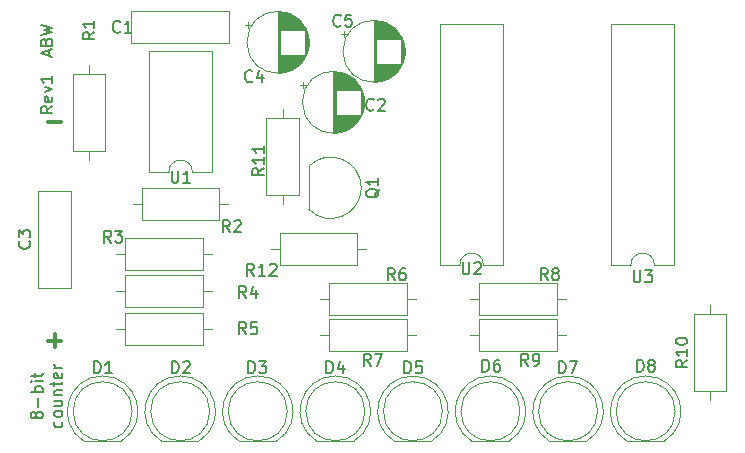
<source format=gbr>
G04 #@! TF.GenerationSoftware,KiCad,Pcbnew,(5.1.4)-1*
G04 #@! TF.CreationDate,2019-10-03T09:13:13-04:00*
G04 #@! TF.ProjectId,8-bit counter,382d6269-7420-4636-9f75-6e7465722e6b,rev?*
G04 #@! TF.SameCoordinates,Original*
G04 #@! TF.FileFunction,Legend,Top*
G04 #@! TF.FilePolarity,Positive*
%FSLAX46Y46*%
G04 Gerber Fmt 4.6, Leading zero omitted, Abs format (unit mm)*
G04 Created by KiCad (PCBNEW (5.1.4)-1) date 2019-10-03 09:13:13*
%MOMM*%
%LPD*%
G04 APERTURE LIST*
%ADD10C,0.150000*%
%ADD11C,0.300000*%
%ADD12C,0.120000*%
G04 APERTURE END LIST*
D10*
X87447380Y-48855190D02*
X86971190Y-49188523D01*
X87447380Y-49426619D02*
X86447380Y-49426619D01*
X86447380Y-49045666D01*
X86495000Y-48950428D01*
X86542619Y-48902809D01*
X86637857Y-48855190D01*
X86780714Y-48855190D01*
X86875952Y-48902809D01*
X86923571Y-48950428D01*
X86971190Y-49045666D01*
X86971190Y-49426619D01*
X87399761Y-48045666D02*
X87447380Y-48140904D01*
X87447380Y-48331380D01*
X87399761Y-48426619D01*
X87304523Y-48474238D01*
X86923571Y-48474238D01*
X86828333Y-48426619D01*
X86780714Y-48331380D01*
X86780714Y-48140904D01*
X86828333Y-48045666D01*
X86923571Y-47998047D01*
X87018809Y-47998047D01*
X87114047Y-48474238D01*
X86780714Y-47664714D02*
X87447380Y-47426619D01*
X86780714Y-47188523D01*
X87447380Y-46283761D02*
X87447380Y-46855190D01*
X87447380Y-46569476D02*
X86447380Y-46569476D01*
X86590238Y-46664714D01*
X86685476Y-46759952D01*
X86733095Y-46855190D01*
X87161666Y-44616523D02*
X87161666Y-44140333D01*
X87447380Y-44711761D02*
X86447380Y-44378428D01*
X87447380Y-44045095D01*
X86923571Y-43378428D02*
X86971190Y-43235571D01*
X87018809Y-43187952D01*
X87114047Y-43140333D01*
X87256904Y-43140333D01*
X87352142Y-43187952D01*
X87399761Y-43235571D01*
X87447380Y-43330809D01*
X87447380Y-43711761D01*
X86447380Y-43711761D01*
X86447380Y-43378428D01*
X86495000Y-43283190D01*
X86542619Y-43235571D01*
X86637857Y-43187952D01*
X86733095Y-43187952D01*
X86828333Y-43235571D01*
X86875952Y-43283190D01*
X86923571Y-43378428D01*
X86923571Y-43711761D01*
X86447380Y-42807000D02*
X87447380Y-42568904D01*
X86733095Y-42378428D01*
X87447380Y-42187952D01*
X86447380Y-41949857D01*
X86050952Y-75096476D02*
X86003333Y-75191714D01*
X85955714Y-75239333D01*
X85860476Y-75286952D01*
X85812857Y-75286952D01*
X85717619Y-75239333D01*
X85670000Y-75191714D01*
X85622380Y-75096476D01*
X85622380Y-74906000D01*
X85670000Y-74810761D01*
X85717619Y-74763142D01*
X85812857Y-74715523D01*
X85860476Y-74715523D01*
X85955714Y-74763142D01*
X86003333Y-74810761D01*
X86050952Y-74906000D01*
X86050952Y-75096476D01*
X86098571Y-75191714D01*
X86146190Y-75239333D01*
X86241428Y-75286952D01*
X86431904Y-75286952D01*
X86527142Y-75239333D01*
X86574761Y-75191714D01*
X86622380Y-75096476D01*
X86622380Y-74906000D01*
X86574761Y-74810761D01*
X86527142Y-74763142D01*
X86431904Y-74715523D01*
X86241428Y-74715523D01*
X86146190Y-74763142D01*
X86098571Y-74810761D01*
X86050952Y-74906000D01*
X86241428Y-74286952D02*
X86241428Y-73525047D01*
X86622380Y-73048857D02*
X85622380Y-73048857D01*
X86003333Y-73048857D02*
X85955714Y-72953619D01*
X85955714Y-72763142D01*
X86003333Y-72667904D01*
X86050952Y-72620285D01*
X86146190Y-72572666D01*
X86431904Y-72572666D01*
X86527142Y-72620285D01*
X86574761Y-72667904D01*
X86622380Y-72763142D01*
X86622380Y-72953619D01*
X86574761Y-73048857D01*
X86622380Y-72144095D02*
X85955714Y-72144095D01*
X85622380Y-72144095D02*
X85670000Y-72191714D01*
X85717619Y-72144095D01*
X85670000Y-72096476D01*
X85622380Y-72144095D01*
X85717619Y-72144095D01*
X85955714Y-71810761D02*
X85955714Y-71429809D01*
X85622380Y-71667904D02*
X86479523Y-71667904D01*
X86574761Y-71620285D01*
X86622380Y-71525047D01*
X86622380Y-71429809D01*
X88224761Y-75548857D02*
X88272380Y-75644095D01*
X88272380Y-75834571D01*
X88224761Y-75929809D01*
X88177142Y-75977428D01*
X88081904Y-76025047D01*
X87796190Y-76025047D01*
X87700952Y-75977428D01*
X87653333Y-75929809D01*
X87605714Y-75834571D01*
X87605714Y-75644095D01*
X87653333Y-75548857D01*
X88272380Y-74977428D02*
X88224761Y-75072666D01*
X88177142Y-75120285D01*
X88081904Y-75167904D01*
X87796190Y-75167904D01*
X87700952Y-75120285D01*
X87653333Y-75072666D01*
X87605714Y-74977428D01*
X87605714Y-74834571D01*
X87653333Y-74739333D01*
X87700952Y-74691714D01*
X87796190Y-74644095D01*
X88081904Y-74644095D01*
X88177142Y-74691714D01*
X88224761Y-74739333D01*
X88272380Y-74834571D01*
X88272380Y-74977428D01*
X87605714Y-73786952D02*
X88272380Y-73786952D01*
X87605714Y-74215523D02*
X88129523Y-74215523D01*
X88224761Y-74167904D01*
X88272380Y-74072666D01*
X88272380Y-73929809D01*
X88224761Y-73834571D01*
X88177142Y-73786952D01*
X87605714Y-73310761D02*
X88272380Y-73310761D01*
X87700952Y-73310761D02*
X87653333Y-73263142D01*
X87605714Y-73167904D01*
X87605714Y-73025047D01*
X87653333Y-72929809D01*
X87748571Y-72882190D01*
X88272380Y-72882190D01*
X87605714Y-72548857D02*
X87605714Y-72167904D01*
X87272380Y-72406000D02*
X88129523Y-72406000D01*
X88224761Y-72358380D01*
X88272380Y-72263142D01*
X88272380Y-72167904D01*
X88224761Y-71453619D02*
X88272380Y-71548857D01*
X88272380Y-71739333D01*
X88224761Y-71834571D01*
X88129523Y-71882190D01*
X87748571Y-71882190D01*
X87653333Y-71834571D01*
X87605714Y-71739333D01*
X87605714Y-71548857D01*
X87653333Y-71453619D01*
X87748571Y-71406000D01*
X87843809Y-71406000D01*
X87939047Y-71882190D01*
X88272380Y-70977428D02*
X87605714Y-70977428D01*
X87796190Y-70977428D02*
X87700952Y-70929809D01*
X87653333Y-70882190D01*
X87605714Y-70786952D01*
X87605714Y-70691714D01*
D11*
X87058571Y-68687142D02*
X88201428Y-68687142D01*
X87630000Y-69258571D02*
X87630000Y-68115714D01*
X87058571Y-50145142D02*
X88201428Y-50145142D01*
D12*
X112106225Y-42471000D02*
X112106225Y-42971000D01*
X111856225Y-42721000D02*
X112356225Y-42721000D01*
X117262000Y-43912000D02*
X117262000Y-44480000D01*
X117222000Y-43678000D02*
X117222000Y-44714000D01*
X117182000Y-43519000D02*
X117182000Y-44873000D01*
X117142000Y-43391000D02*
X117142000Y-45001000D01*
X117102000Y-43281000D02*
X117102000Y-45111000D01*
X117062000Y-43185000D02*
X117062000Y-45207000D01*
X117022000Y-43098000D02*
X117022000Y-45294000D01*
X116982000Y-43018000D02*
X116982000Y-45374000D01*
X116942000Y-45236000D02*
X116942000Y-45447000D01*
X116942000Y-42945000D02*
X116942000Y-43156000D01*
X116902000Y-45236000D02*
X116902000Y-45515000D01*
X116902000Y-42877000D02*
X116902000Y-43156000D01*
X116862000Y-45236000D02*
X116862000Y-45579000D01*
X116862000Y-42813000D02*
X116862000Y-43156000D01*
X116822000Y-45236000D02*
X116822000Y-45639000D01*
X116822000Y-42753000D02*
X116822000Y-43156000D01*
X116782000Y-45236000D02*
X116782000Y-45696000D01*
X116782000Y-42696000D02*
X116782000Y-43156000D01*
X116742000Y-45236000D02*
X116742000Y-45750000D01*
X116742000Y-42642000D02*
X116742000Y-43156000D01*
X116702000Y-45236000D02*
X116702000Y-45801000D01*
X116702000Y-42591000D02*
X116702000Y-43156000D01*
X116662000Y-45236000D02*
X116662000Y-45849000D01*
X116662000Y-42543000D02*
X116662000Y-43156000D01*
X116622000Y-45236000D02*
X116622000Y-45895000D01*
X116622000Y-42497000D02*
X116622000Y-43156000D01*
X116582000Y-45236000D02*
X116582000Y-45939000D01*
X116582000Y-42453000D02*
X116582000Y-43156000D01*
X116542000Y-45236000D02*
X116542000Y-45981000D01*
X116542000Y-42411000D02*
X116542000Y-43156000D01*
X116502000Y-45236000D02*
X116502000Y-46022000D01*
X116502000Y-42370000D02*
X116502000Y-43156000D01*
X116462000Y-45236000D02*
X116462000Y-46060000D01*
X116462000Y-42332000D02*
X116462000Y-43156000D01*
X116422000Y-45236000D02*
X116422000Y-46097000D01*
X116422000Y-42295000D02*
X116422000Y-43156000D01*
X116382000Y-45236000D02*
X116382000Y-46133000D01*
X116382000Y-42259000D02*
X116382000Y-43156000D01*
X116342000Y-45236000D02*
X116342000Y-46167000D01*
X116342000Y-42225000D02*
X116342000Y-43156000D01*
X116302000Y-45236000D02*
X116302000Y-46200000D01*
X116302000Y-42192000D02*
X116302000Y-43156000D01*
X116262000Y-45236000D02*
X116262000Y-46231000D01*
X116262000Y-42161000D02*
X116262000Y-43156000D01*
X116222000Y-45236000D02*
X116222000Y-46261000D01*
X116222000Y-42131000D02*
X116222000Y-43156000D01*
X116182000Y-45236000D02*
X116182000Y-46291000D01*
X116182000Y-42101000D02*
X116182000Y-43156000D01*
X116142000Y-45236000D02*
X116142000Y-46318000D01*
X116142000Y-42074000D02*
X116142000Y-43156000D01*
X116102000Y-45236000D02*
X116102000Y-46345000D01*
X116102000Y-42047000D02*
X116102000Y-43156000D01*
X116062000Y-45236000D02*
X116062000Y-46371000D01*
X116062000Y-42021000D02*
X116062000Y-43156000D01*
X116022000Y-45236000D02*
X116022000Y-46396000D01*
X116022000Y-41996000D02*
X116022000Y-43156000D01*
X115982000Y-45236000D02*
X115982000Y-46420000D01*
X115982000Y-41972000D02*
X115982000Y-43156000D01*
X115942000Y-45236000D02*
X115942000Y-46443000D01*
X115942000Y-41949000D02*
X115942000Y-43156000D01*
X115902000Y-45236000D02*
X115902000Y-46464000D01*
X115902000Y-41928000D02*
X115902000Y-43156000D01*
X115862000Y-45236000D02*
X115862000Y-46486000D01*
X115862000Y-41906000D02*
X115862000Y-43156000D01*
X115822000Y-45236000D02*
X115822000Y-46506000D01*
X115822000Y-41886000D02*
X115822000Y-43156000D01*
X115782000Y-45236000D02*
X115782000Y-46525000D01*
X115782000Y-41867000D02*
X115782000Y-43156000D01*
X115742000Y-45236000D02*
X115742000Y-46544000D01*
X115742000Y-41848000D02*
X115742000Y-43156000D01*
X115702000Y-45236000D02*
X115702000Y-46561000D01*
X115702000Y-41831000D02*
X115702000Y-43156000D01*
X115662000Y-45236000D02*
X115662000Y-46578000D01*
X115662000Y-41814000D02*
X115662000Y-43156000D01*
X115622000Y-45236000D02*
X115622000Y-46594000D01*
X115622000Y-41798000D02*
X115622000Y-43156000D01*
X115582000Y-45236000D02*
X115582000Y-46610000D01*
X115582000Y-41782000D02*
X115582000Y-43156000D01*
X115542000Y-45236000D02*
X115542000Y-46624000D01*
X115542000Y-41768000D02*
X115542000Y-43156000D01*
X115502000Y-45236000D02*
X115502000Y-46638000D01*
X115502000Y-41754000D02*
X115502000Y-43156000D01*
X115462000Y-45236000D02*
X115462000Y-46651000D01*
X115462000Y-41741000D02*
X115462000Y-43156000D01*
X115422000Y-45236000D02*
X115422000Y-46664000D01*
X115422000Y-41728000D02*
X115422000Y-43156000D01*
X115382000Y-45236000D02*
X115382000Y-46676000D01*
X115382000Y-41716000D02*
X115382000Y-43156000D01*
X115341000Y-45236000D02*
X115341000Y-46687000D01*
X115341000Y-41705000D02*
X115341000Y-43156000D01*
X115301000Y-45236000D02*
X115301000Y-46697000D01*
X115301000Y-41695000D02*
X115301000Y-43156000D01*
X115261000Y-45236000D02*
X115261000Y-46707000D01*
X115261000Y-41685000D02*
X115261000Y-43156000D01*
X115221000Y-45236000D02*
X115221000Y-46716000D01*
X115221000Y-41676000D02*
X115221000Y-43156000D01*
X115181000Y-45236000D02*
X115181000Y-46724000D01*
X115181000Y-41668000D02*
X115181000Y-43156000D01*
X115141000Y-45236000D02*
X115141000Y-46732000D01*
X115141000Y-41660000D02*
X115141000Y-43156000D01*
X115101000Y-45236000D02*
X115101000Y-46739000D01*
X115101000Y-41653000D02*
X115101000Y-43156000D01*
X115061000Y-45236000D02*
X115061000Y-46746000D01*
X115061000Y-41646000D02*
X115061000Y-43156000D01*
X115021000Y-45236000D02*
X115021000Y-46752000D01*
X115021000Y-41640000D02*
X115021000Y-43156000D01*
X114981000Y-45236000D02*
X114981000Y-46757000D01*
X114981000Y-41635000D02*
X114981000Y-43156000D01*
X114941000Y-45236000D02*
X114941000Y-46761000D01*
X114941000Y-41631000D02*
X114941000Y-43156000D01*
X114901000Y-45236000D02*
X114901000Y-46765000D01*
X114901000Y-41627000D02*
X114901000Y-43156000D01*
X114861000Y-41623000D02*
X114861000Y-46769000D01*
X114821000Y-41620000D02*
X114821000Y-46772000D01*
X114781000Y-41618000D02*
X114781000Y-46774000D01*
X114741000Y-41617000D02*
X114741000Y-46775000D01*
X114701000Y-41616000D02*
X114701000Y-46776000D01*
X114661000Y-41616000D02*
X114661000Y-46776000D01*
X117281000Y-44196000D02*
G75*
G03X117281000Y-44196000I-2620000J0D01*
G01*
X103978225Y-41709000D02*
X103978225Y-42209000D01*
X103728225Y-41959000D02*
X104228225Y-41959000D01*
X109134000Y-43150000D02*
X109134000Y-43718000D01*
X109094000Y-42916000D02*
X109094000Y-43952000D01*
X109054000Y-42757000D02*
X109054000Y-44111000D01*
X109014000Y-42629000D02*
X109014000Y-44239000D01*
X108974000Y-42519000D02*
X108974000Y-44349000D01*
X108934000Y-42423000D02*
X108934000Y-44445000D01*
X108894000Y-42336000D02*
X108894000Y-44532000D01*
X108854000Y-42256000D02*
X108854000Y-44612000D01*
X108814000Y-44474000D02*
X108814000Y-44685000D01*
X108814000Y-42183000D02*
X108814000Y-42394000D01*
X108774000Y-44474000D02*
X108774000Y-44753000D01*
X108774000Y-42115000D02*
X108774000Y-42394000D01*
X108734000Y-44474000D02*
X108734000Y-44817000D01*
X108734000Y-42051000D02*
X108734000Y-42394000D01*
X108694000Y-44474000D02*
X108694000Y-44877000D01*
X108694000Y-41991000D02*
X108694000Y-42394000D01*
X108654000Y-44474000D02*
X108654000Y-44934000D01*
X108654000Y-41934000D02*
X108654000Y-42394000D01*
X108614000Y-44474000D02*
X108614000Y-44988000D01*
X108614000Y-41880000D02*
X108614000Y-42394000D01*
X108574000Y-44474000D02*
X108574000Y-45039000D01*
X108574000Y-41829000D02*
X108574000Y-42394000D01*
X108534000Y-44474000D02*
X108534000Y-45087000D01*
X108534000Y-41781000D02*
X108534000Y-42394000D01*
X108494000Y-44474000D02*
X108494000Y-45133000D01*
X108494000Y-41735000D02*
X108494000Y-42394000D01*
X108454000Y-44474000D02*
X108454000Y-45177000D01*
X108454000Y-41691000D02*
X108454000Y-42394000D01*
X108414000Y-44474000D02*
X108414000Y-45219000D01*
X108414000Y-41649000D02*
X108414000Y-42394000D01*
X108374000Y-44474000D02*
X108374000Y-45260000D01*
X108374000Y-41608000D02*
X108374000Y-42394000D01*
X108334000Y-44474000D02*
X108334000Y-45298000D01*
X108334000Y-41570000D02*
X108334000Y-42394000D01*
X108294000Y-44474000D02*
X108294000Y-45335000D01*
X108294000Y-41533000D02*
X108294000Y-42394000D01*
X108254000Y-44474000D02*
X108254000Y-45371000D01*
X108254000Y-41497000D02*
X108254000Y-42394000D01*
X108214000Y-44474000D02*
X108214000Y-45405000D01*
X108214000Y-41463000D02*
X108214000Y-42394000D01*
X108174000Y-44474000D02*
X108174000Y-45438000D01*
X108174000Y-41430000D02*
X108174000Y-42394000D01*
X108134000Y-44474000D02*
X108134000Y-45469000D01*
X108134000Y-41399000D02*
X108134000Y-42394000D01*
X108094000Y-44474000D02*
X108094000Y-45499000D01*
X108094000Y-41369000D02*
X108094000Y-42394000D01*
X108054000Y-44474000D02*
X108054000Y-45529000D01*
X108054000Y-41339000D02*
X108054000Y-42394000D01*
X108014000Y-44474000D02*
X108014000Y-45556000D01*
X108014000Y-41312000D02*
X108014000Y-42394000D01*
X107974000Y-44474000D02*
X107974000Y-45583000D01*
X107974000Y-41285000D02*
X107974000Y-42394000D01*
X107934000Y-44474000D02*
X107934000Y-45609000D01*
X107934000Y-41259000D02*
X107934000Y-42394000D01*
X107894000Y-44474000D02*
X107894000Y-45634000D01*
X107894000Y-41234000D02*
X107894000Y-42394000D01*
X107854000Y-44474000D02*
X107854000Y-45658000D01*
X107854000Y-41210000D02*
X107854000Y-42394000D01*
X107814000Y-44474000D02*
X107814000Y-45681000D01*
X107814000Y-41187000D02*
X107814000Y-42394000D01*
X107774000Y-44474000D02*
X107774000Y-45702000D01*
X107774000Y-41166000D02*
X107774000Y-42394000D01*
X107734000Y-44474000D02*
X107734000Y-45724000D01*
X107734000Y-41144000D02*
X107734000Y-42394000D01*
X107694000Y-44474000D02*
X107694000Y-45744000D01*
X107694000Y-41124000D02*
X107694000Y-42394000D01*
X107654000Y-44474000D02*
X107654000Y-45763000D01*
X107654000Y-41105000D02*
X107654000Y-42394000D01*
X107614000Y-44474000D02*
X107614000Y-45782000D01*
X107614000Y-41086000D02*
X107614000Y-42394000D01*
X107574000Y-44474000D02*
X107574000Y-45799000D01*
X107574000Y-41069000D02*
X107574000Y-42394000D01*
X107534000Y-44474000D02*
X107534000Y-45816000D01*
X107534000Y-41052000D02*
X107534000Y-42394000D01*
X107494000Y-44474000D02*
X107494000Y-45832000D01*
X107494000Y-41036000D02*
X107494000Y-42394000D01*
X107454000Y-44474000D02*
X107454000Y-45848000D01*
X107454000Y-41020000D02*
X107454000Y-42394000D01*
X107414000Y-44474000D02*
X107414000Y-45862000D01*
X107414000Y-41006000D02*
X107414000Y-42394000D01*
X107374000Y-44474000D02*
X107374000Y-45876000D01*
X107374000Y-40992000D02*
X107374000Y-42394000D01*
X107334000Y-44474000D02*
X107334000Y-45889000D01*
X107334000Y-40979000D02*
X107334000Y-42394000D01*
X107294000Y-44474000D02*
X107294000Y-45902000D01*
X107294000Y-40966000D02*
X107294000Y-42394000D01*
X107254000Y-44474000D02*
X107254000Y-45914000D01*
X107254000Y-40954000D02*
X107254000Y-42394000D01*
X107213000Y-44474000D02*
X107213000Y-45925000D01*
X107213000Y-40943000D02*
X107213000Y-42394000D01*
X107173000Y-44474000D02*
X107173000Y-45935000D01*
X107173000Y-40933000D02*
X107173000Y-42394000D01*
X107133000Y-44474000D02*
X107133000Y-45945000D01*
X107133000Y-40923000D02*
X107133000Y-42394000D01*
X107093000Y-44474000D02*
X107093000Y-45954000D01*
X107093000Y-40914000D02*
X107093000Y-42394000D01*
X107053000Y-44474000D02*
X107053000Y-45962000D01*
X107053000Y-40906000D02*
X107053000Y-42394000D01*
X107013000Y-44474000D02*
X107013000Y-45970000D01*
X107013000Y-40898000D02*
X107013000Y-42394000D01*
X106973000Y-44474000D02*
X106973000Y-45977000D01*
X106973000Y-40891000D02*
X106973000Y-42394000D01*
X106933000Y-44474000D02*
X106933000Y-45984000D01*
X106933000Y-40884000D02*
X106933000Y-42394000D01*
X106893000Y-44474000D02*
X106893000Y-45990000D01*
X106893000Y-40878000D02*
X106893000Y-42394000D01*
X106853000Y-44474000D02*
X106853000Y-45995000D01*
X106853000Y-40873000D02*
X106853000Y-42394000D01*
X106813000Y-44474000D02*
X106813000Y-45999000D01*
X106813000Y-40869000D02*
X106813000Y-42394000D01*
X106773000Y-44474000D02*
X106773000Y-46003000D01*
X106773000Y-40865000D02*
X106773000Y-42394000D01*
X106733000Y-40861000D02*
X106733000Y-46007000D01*
X106693000Y-40858000D02*
X106693000Y-46010000D01*
X106653000Y-40856000D02*
X106653000Y-46012000D01*
X106613000Y-40855000D02*
X106613000Y-46013000D01*
X106573000Y-40854000D02*
X106573000Y-46014000D01*
X106533000Y-40854000D02*
X106533000Y-46014000D01*
X109153000Y-43434000D02*
G75*
G03X109153000Y-43434000I-2620000J0D01*
G01*
X86260000Y-55991000D02*
X89000000Y-55991000D01*
X86260000Y-64231000D02*
X89000000Y-64231000D01*
X89000000Y-64231000D02*
X89000000Y-55991000D01*
X86260000Y-64231000D02*
X86260000Y-55991000D01*
X102378000Y-40794000D02*
X102378000Y-43534000D01*
X94138000Y-40794000D02*
X94138000Y-43534000D01*
X94138000Y-43534000D02*
X102378000Y-43534000D01*
X94138000Y-40794000D02*
X102378000Y-40794000D01*
X100941000Y-61341000D02*
X100171000Y-61341000D01*
X92861000Y-61341000D02*
X93631000Y-61341000D01*
X100171000Y-59971000D02*
X93631000Y-59971000D01*
X100171000Y-62711000D02*
X100171000Y-59971000D01*
X93631000Y-62711000D02*
X100171000Y-62711000D01*
X93631000Y-59971000D02*
X93631000Y-62711000D01*
X108677225Y-46789000D02*
X108677225Y-47289000D01*
X108427225Y-47039000D02*
X108927225Y-47039000D01*
X113833000Y-48230000D02*
X113833000Y-48798000D01*
X113793000Y-47996000D02*
X113793000Y-49032000D01*
X113753000Y-47837000D02*
X113753000Y-49191000D01*
X113713000Y-47709000D02*
X113713000Y-49319000D01*
X113673000Y-47599000D02*
X113673000Y-49429000D01*
X113633000Y-47503000D02*
X113633000Y-49525000D01*
X113593000Y-47416000D02*
X113593000Y-49612000D01*
X113553000Y-47336000D02*
X113553000Y-49692000D01*
X113513000Y-49554000D02*
X113513000Y-49765000D01*
X113513000Y-47263000D02*
X113513000Y-47474000D01*
X113473000Y-49554000D02*
X113473000Y-49833000D01*
X113473000Y-47195000D02*
X113473000Y-47474000D01*
X113433000Y-49554000D02*
X113433000Y-49897000D01*
X113433000Y-47131000D02*
X113433000Y-47474000D01*
X113393000Y-49554000D02*
X113393000Y-49957000D01*
X113393000Y-47071000D02*
X113393000Y-47474000D01*
X113353000Y-49554000D02*
X113353000Y-50014000D01*
X113353000Y-47014000D02*
X113353000Y-47474000D01*
X113313000Y-49554000D02*
X113313000Y-50068000D01*
X113313000Y-46960000D02*
X113313000Y-47474000D01*
X113273000Y-49554000D02*
X113273000Y-50119000D01*
X113273000Y-46909000D02*
X113273000Y-47474000D01*
X113233000Y-49554000D02*
X113233000Y-50167000D01*
X113233000Y-46861000D02*
X113233000Y-47474000D01*
X113193000Y-49554000D02*
X113193000Y-50213000D01*
X113193000Y-46815000D02*
X113193000Y-47474000D01*
X113153000Y-49554000D02*
X113153000Y-50257000D01*
X113153000Y-46771000D02*
X113153000Y-47474000D01*
X113113000Y-49554000D02*
X113113000Y-50299000D01*
X113113000Y-46729000D02*
X113113000Y-47474000D01*
X113073000Y-49554000D02*
X113073000Y-50340000D01*
X113073000Y-46688000D02*
X113073000Y-47474000D01*
X113033000Y-49554000D02*
X113033000Y-50378000D01*
X113033000Y-46650000D02*
X113033000Y-47474000D01*
X112993000Y-49554000D02*
X112993000Y-50415000D01*
X112993000Y-46613000D02*
X112993000Y-47474000D01*
X112953000Y-49554000D02*
X112953000Y-50451000D01*
X112953000Y-46577000D02*
X112953000Y-47474000D01*
X112913000Y-49554000D02*
X112913000Y-50485000D01*
X112913000Y-46543000D02*
X112913000Y-47474000D01*
X112873000Y-49554000D02*
X112873000Y-50518000D01*
X112873000Y-46510000D02*
X112873000Y-47474000D01*
X112833000Y-49554000D02*
X112833000Y-50549000D01*
X112833000Y-46479000D02*
X112833000Y-47474000D01*
X112793000Y-49554000D02*
X112793000Y-50579000D01*
X112793000Y-46449000D02*
X112793000Y-47474000D01*
X112753000Y-49554000D02*
X112753000Y-50609000D01*
X112753000Y-46419000D02*
X112753000Y-47474000D01*
X112713000Y-49554000D02*
X112713000Y-50636000D01*
X112713000Y-46392000D02*
X112713000Y-47474000D01*
X112673000Y-49554000D02*
X112673000Y-50663000D01*
X112673000Y-46365000D02*
X112673000Y-47474000D01*
X112633000Y-49554000D02*
X112633000Y-50689000D01*
X112633000Y-46339000D02*
X112633000Y-47474000D01*
X112593000Y-49554000D02*
X112593000Y-50714000D01*
X112593000Y-46314000D02*
X112593000Y-47474000D01*
X112553000Y-49554000D02*
X112553000Y-50738000D01*
X112553000Y-46290000D02*
X112553000Y-47474000D01*
X112513000Y-49554000D02*
X112513000Y-50761000D01*
X112513000Y-46267000D02*
X112513000Y-47474000D01*
X112473000Y-49554000D02*
X112473000Y-50782000D01*
X112473000Y-46246000D02*
X112473000Y-47474000D01*
X112433000Y-49554000D02*
X112433000Y-50804000D01*
X112433000Y-46224000D02*
X112433000Y-47474000D01*
X112393000Y-49554000D02*
X112393000Y-50824000D01*
X112393000Y-46204000D02*
X112393000Y-47474000D01*
X112353000Y-49554000D02*
X112353000Y-50843000D01*
X112353000Y-46185000D02*
X112353000Y-47474000D01*
X112313000Y-49554000D02*
X112313000Y-50862000D01*
X112313000Y-46166000D02*
X112313000Y-47474000D01*
X112273000Y-49554000D02*
X112273000Y-50879000D01*
X112273000Y-46149000D02*
X112273000Y-47474000D01*
X112233000Y-49554000D02*
X112233000Y-50896000D01*
X112233000Y-46132000D02*
X112233000Y-47474000D01*
X112193000Y-49554000D02*
X112193000Y-50912000D01*
X112193000Y-46116000D02*
X112193000Y-47474000D01*
X112153000Y-49554000D02*
X112153000Y-50928000D01*
X112153000Y-46100000D02*
X112153000Y-47474000D01*
X112113000Y-49554000D02*
X112113000Y-50942000D01*
X112113000Y-46086000D02*
X112113000Y-47474000D01*
X112073000Y-49554000D02*
X112073000Y-50956000D01*
X112073000Y-46072000D02*
X112073000Y-47474000D01*
X112033000Y-49554000D02*
X112033000Y-50969000D01*
X112033000Y-46059000D02*
X112033000Y-47474000D01*
X111993000Y-49554000D02*
X111993000Y-50982000D01*
X111993000Y-46046000D02*
X111993000Y-47474000D01*
X111953000Y-49554000D02*
X111953000Y-50994000D01*
X111953000Y-46034000D02*
X111953000Y-47474000D01*
X111912000Y-49554000D02*
X111912000Y-51005000D01*
X111912000Y-46023000D02*
X111912000Y-47474000D01*
X111872000Y-49554000D02*
X111872000Y-51015000D01*
X111872000Y-46013000D02*
X111872000Y-47474000D01*
X111832000Y-49554000D02*
X111832000Y-51025000D01*
X111832000Y-46003000D02*
X111832000Y-47474000D01*
X111792000Y-49554000D02*
X111792000Y-51034000D01*
X111792000Y-45994000D02*
X111792000Y-47474000D01*
X111752000Y-49554000D02*
X111752000Y-51042000D01*
X111752000Y-45986000D02*
X111752000Y-47474000D01*
X111712000Y-49554000D02*
X111712000Y-51050000D01*
X111712000Y-45978000D02*
X111712000Y-47474000D01*
X111672000Y-49554000D02*
X111672000Y-51057000D01*
X111672000Y-45971000D02*
X111672000Y-47474000D01*
X111632000Y-49554000D02*
X111632000Y-51064000D01*
X111632000Y-45964000D02*
X111632000Y-47474000D01*
X111592000Y-49554000D02*
X111592000Y-51070000D01*
X111592000Y-45958000D02*
X111592000Y-47474000D01*
X111552000Y-49554000D02*
X111552000Y-51075000D01*
X111552000Y-45953000D02*
X111552000Y-47474000D01*
X111512000Y-49554000D02*
X111512000Y-51079000D01*
X111512000Y-45949000D02*
X111512000Y-47474000D01*
X111472000Y-49554000D02*
X111472000Y-51083000D01*
X111472000Y-45945000D02*
X111472000Y-47474000D01*
X111432000Y-45941000D02*
X111432000Y-51087000D01*
X111392000Y-45938000D02*
X111392000Y-51090000D01*
X111352000Y-45936000D02*
X111352000Y-51092000D01*
X111312000Y-45935000D02*
X111312000Y-51093000D01*
X111272000Y-45934000D02*
X111272000Y-51094000D01*
X111232000Y-45934000D02*
X111232000Y-51094000D01*
X113852000Y-48514000D02*
G75*
G03X113852000Y-48514000I-2620000J0D01*
G01*
X95648000Y-54416000D02*
X97298000Y-54416000D01*
X95648000Y-44136000D02*
X95648000Y-54416000D01*
X100948000Y-44136000D02*
X95648000Y-44136000D01*
X100948000Y-54416000D02*
X100948000Y-44136000D01*
X99298000Y-54416000D02*
X100948000Y-54416000D01*
X97298000Y-54416000D02*
G75*
G02X99298000Y-54416000I1000000J0D01*
G01*
X121936000Y-62290000D02*
G75*
G02X123936000Y-62290000I1000000J0D01*
G01*
X123936000Y-62290000D02*
X125586000Y-62290000D01*
X125586000Y-62290000D02*
X125586000Y-41850000D01*
X125586000Y-41850000D02*
X120286000Y-41850000D01*
X120286000Y-41850000D02*
X120286000Y-62290000D01*
X120286000Y-62290000D02*
X121936000Y-62290000D01*
X136414000Y-62290000D02*
G75*
G02X138414000Y-62290000I1000000J0D01*
G01*
X138414000Y-62290000D02*
X140064000Y-62290000D01*
X140064000Y-62290000D02*
X140064000Y-41850000D01*
X140064000Y-41850000D02*
X134764000Y-41850000D01*
X134764000Y-41850000D02*
X134764000Y-62290000D01*
X134764000Y-62290000D02*
X136414000Y-62290000D01*
X91694462Y-71686000D02*
G75*
G03X90149170Y-77236000I-462J-2990000D01*
G01*
X91693538Y-71686000D02*
G75*
G02X93238830Y-77236000I462J-2990000D01*
G01*
X94194000Y-74676000D02*
G75*
G03X94194000Y-74676000I-2500000J0D01*
G01*
X90149000Y-77236000D02*
X93239000Y-77236000D01*
X96716714Y-77236000D02*
X99806714Y-77236000D01*
X100761714Y-74676000D02*
G75*
G03X100761714Y-74676000I-2500000J0D01*
G01*
X98261252Y-71686000D02*
G75*
G02X99806544Y-77236000I462J-2990000D01*
G01*
X98262176Y-71686000D02*
G75*
G03X96716884Y-77236000I-462J-2990000D01*
G01*
X103284428Y-77236000D02*
X106374428Y-77236000D01*
X107329428Y-74676000D02*
G75*
G03X107329428Y-74676000I-2500000J0D01*
G01*
X104828966Y-71686000D02*
G75*
G02X106374258Y-77236000I462J-2990000D01*
G01*
X104829890Y-71686000D02*
G75*
G03X103284598Y-77236000I-462J-2990000D01*
G01*
X111397604Y-71686000D02*
G75*
G03X109852312Y-77236000I-462J-2990000D01*
G01*
X111396680Y-71686000D02*
G75*
G02X112941972Y-77236000I462J-2990000D01*
G01*
X113897142Y-74676000D02*
G75*
G03X113897142Y-74676000I-2500000J0D01*
G01*
X109852142Y-77236000D02*
X112942142Y-77236000D01*
X116419856Y-77236000D02*
X119509856Y-77236000D01*
X120464856Y-74676000D02*
G75*
G03X120464856Y-74676000I-2500000J0D01*
G01*
X117964394Y-71686000D02*
G75*
G02X119509686Y-77236000I462J-2990000D01*
G01*
X117965318Y-71686000D02*
G75*
G03X116420026Y-77236000I-462J-2990000D01*
G01*
X124533032Y-71686000D02*
G75*
G03X122987740Y-77236000I-462J-2990000D01*
G01*
X124532108Y-71686000D02*
G75*
G02X126077400Y-77236000I462J-2990000D01*
G01*
X127032570Y-74676000D02*
G75*
G03X127032570Y-74676000I-2500000J0D01*
G01*
X122987570Y-77236000D02*
X126077570Y-77236000D01*
X129555284Y-77236000D02*
X132645284Y-77236000D01*
X133600284Y-74676000D02*
G75*
G03X133600284Y-74676000I-2500000J0D01*
G01*
X131099822Y-71686000D02*
G75*
G02X132645114Y-77236000I462J-2990000D01*
G01*
X131100746Y-71686000D02*
G75*
G03X129555454Y-77236000I-462J-2990000D01*
G01*
X137668462Y-71686000D02*
G75*
G03X136123170Y-77236000I-462J-2990000D01*
G01*
X137667538Y-71686000D02*
G75*
G02X139212830Y-77236000I462J-2990000D01*
G01*
X140168000Y-74676000D02*
G75*
G03X140168000Y-74676000I-2500000J0D01*
G01*
X136123000Y-77236000D02*
X139213000Y-77236000D01*
X109148000Y-53953000D02*
X109148000Y-57553000D01*
X109159522Y-53914522D02*
G75*
G02X113598000Y-55753000I1838478J-1838478D01*
G01*
X109159522Y-57591478D02*
G75*
G03X113598000Y-55753000I1838478J1838478D01*
G01*
X90551000Y-45363000D02*
X90551000Y-46133000D01*
X90551000Y-53443000D02*
X90551000Y-52673000D01*
X89181000Y-46133000D02*
X89181000Y-52673000D01*
X91921000Y-46133000D02*
X89181000Y-46133000D01*
X91921000Y-52673000D02*
X91921000Y-46133000D01*
X89181000Y-52673000D02*
X91921000Y-52673000D01*
X95028000Y-55780000D02*
X95028000Y-58520000D01*
X95028000Y-58520000D02*
X101568000Y-58520000D01*
X101568000Y-58520000D02*
X101568000Y-55780000D01*
X101568000Y-55780000D02*
X95028000Y-55780000D01*
X94258000Y-57150000D02*
X95028000Y-57150000D01*
X102338000Y-57150000D02*
X101568000Y-57150000D01*
X100941000Y-64516000D02*
X100171000Y-64516000D01*
X92861000Y-64516000D02*
X93631000Y-64516000D01*
X100171000Y-63146000D02*
X93631000Y-63146000D01*
X100171000Y-65886000D02*
X100171000Y-63146000D01*
X93631000Y-65886000D02*
X100171000Y-65886000D01*
X93631000Y-63146000D02*
X93631000Y-65886000D01*
X93631000Y-66321000D02*
X93631000Y-69061000D01*
X93631000Y-69061000D02*
X100171000Y-69061000D01*
X100171000Y-69061000D02*
X100171000Y-66321000D01*
X100171000Y-66321000D02*
X93631000Y-66321000D01*
X92861000Y-67691000D02*
X93631000Y-67691000D01*
X100941000Y-67691000D02*
X100171000Y-67691000D01*
X118213000Y-65151000D02*
X117443000Y-65151000D01*
X110133000Y-65151000D02*
X110903000Y-65151000D01*
X117443000Y-63781000D02*
X110903000Y-63781000D01*
X117443000Y-66521000D02*
X117443000Y-63781000D01*
X110903000Y-66521000D02*
X117443000Y-66521000D01*
X110903000Y-63781000D02*
X110903000Y-66521000D01*
X110903000Y-66829000D02*
X110903000Y-69569000D01*
X110903000Y-69569000D02*
X117443000Y-69569000D01*
X117443000Y-69569000D02*
X117443000Y-66829000D01*
X117443000Y-66829000D02*
X110903000Y-66829000D01*
X110133000Y-68199000D02*
X110903000Y-68199000D01*
X118213000Y-68199000D02*
X117443000Y-68199000D01*
X123603000Y-63781000D02*
X123603000Y-66521000D01*
X123603000Y-66521000D02*
X130143000Y-66521000D01*
X130143000Y-66521000D02*
X130143000Y-63781000D01*
X130143000Y-63781000D02*
X123603000Y-63781000D01*
X122833000Y-65151000D02*
X123603000Y-65151000D01*
X130913000Y-65151000D02*
X130143000Y-65151000D01*
X130913000Y-68199000D02*
X130143000Y-68199000D01*
X122833000Y-68199000D02*
X123603000Y-68199000D01*
X130143000Y-66829000D02*
X123603000Y-66829000D01*
X130143000Y-69569000D02*
X130143000Y-66829000D01*
X123603000Y-69569000D02*
X130143000Y-69569000D01*
X123603000Y-66829000D02*
X123603000Y-69569000D01*
X141759000Y-72993000D02*
X144499000Y-72993000D01*
X144499000Y-72993000D02*
X144499000Y-66453000D01*
X144499000Y-66453000D02*
X141759000Y-66453000D01*
X141759000Y-66453000D02*
X141759000Y-72993000D01*
X143129000Y-73763000D02*
X143129000Y-72993000D01*
X143129000Y-65683000D02*
X143129000Y-66453000D01*
X105564000Y-56356000D02*
X108304000Y-56356000D01*
X108304000Y-56356000D02*
X108304000Y-49816000D01*
X108304000Y-49816000D02*
X105564000Y-49816000D01*
X105564000Y-49816000D02*
X105564000Y-56356000D01*
X106934000Y-57126000D02*
X106934000Y-56356000D01*
X106934000Y-49046000D02*
X106934000Y-49816000D01*
X105942000Y-60960000D02*
X106712000Y-60960000D01*
X114022000Y-60960000D02*
X113252000Y-60960000D01*
X106712000Y-62330000D02*
X113252000Y-62330000D01*
X106712000Y-59590000D02*
X106712000Y-62330000D01*
X113252000Y-59590000D02*
X106712000Y-59590000D01*
X113252000Y-62330000D02*
X113252000Y-59590000D01*
D10*
X111847333Y-42013142D02*
X111799714Y-42060761D01*
X111656857Y-42108380D01*
X111561619Y-42108380D01*
X111418761Y-42060761D01*
X111323523Y-41965523D01*
X111275904Y-41870285D01*
X111228285Y-41679809D01*
X111228285Y-41536952D01*
X111275904Y-41346476D01*
X111323523Y-41251238D01*
X111418761Y-41156000D01*
X111561619Y-41108380D01*
X111656857Y-41108380D01*
X111799714Y-41156000D01*
X111847333Y-41203619D01*
X112752095Y-41108380D02*
X112275904Y-41108380D01*
X112228285Y-41584571D01*
X112275904Y-41536952D01*
X112371142Y-41489333D01*
X112609238Y-41489333D01*
X112704476Y-41536952D01*
X112752095Y-41584571D01*
X112799714Y-41679809D01*
X112799714Y-41917904D01*
X112752095Y-42013142D01*
X112704476Y-42060761D01*
X112609238Y-42108380D01*
X112371142Y-42108380D01*
X112275904Y-42060761D01*
X112228285Y-42013142D01*
X104354333Y-46712142D02*
X104306714Y-46759761D01*
X104163857Y-46807380D01*
X104068619Y-46807380D01*
X103925761Y-46759761D01*
X103830523Y-46664523D01*
X103782904Y-46569285D01*
X103735285Y-46378809D01*
X103735285Y-46235952D01*
X103782904Y-46045476D01*
X103830523Y-45950238D01*
X103925761Y-45855000D01*
X104068619Y-45807380D01*
X104163857Y-45807380D01*
X104306714Y-45855000D01*
X104354333Y-45902619D01*
X105211476Y-46140714D02*
X105211476Y-46807380D01*
X104973380Y-45759761D02*
X104735285Y-46474047D01*
X105354333Y-46474047D01*
X85487142Y-60277666D02*
X85534761Y-60325285D01*
X85582380Y-60468142D01*
X85582380Y-60563380D01*
X85534761Y-60706238D01*
X85439523Y-60801476D01*
X85344285Y-60849095D01*
X85153809Y-60896714D01*
X85010952Y-60896714D01*
X84820476Y-60849095D01*
X84725238Y-60801476D01*
X84630000Y-60706238D01*
X84582380Y-60563380D01*
X84582380Y-60468142D01*
X84630000Y-60325285D01*
X84677619Y-60277666D01*
X84582380Y-59944333D02*
X84582380Y-59325285D01*
X84963333Y-59658619D01*
X84963333Y-59515761D01*
X85010952Y-59420523D01*
X85058571Y-59372904D01*
X85153809Y-59325285D01*
X85391904Y-59325285D01*
X85487142Y-59372904D01*
X85534761Y-59420523D01*
X85582380Y-59515761D01*
X85582380Y-59801476D01*
X85534761Y-59896714D01*
X85487142Y-59944333D01*
X93178333Y-42521142D02*
X93130714Y-42568761D01*
X92987857Y-42616380D01*
X92892619Y-42616380D01*
X92749761Y-42568761D01*
X92654523Y-42473523D01*
X92606904Y-42378285D01*
X92559285Y-42187809D01*
X92559285Y-42044952D01*
X92606904Y-41854476D01*
X92654523Y-41759238D01*
X92749761Y-41664000D01*
X92892619Y-41616380D01*
X92987857Y-41616380D01*
X93130714Y-41664000D01*
X93178333Y-41711619D01*
X94130714Y-42616380D02*
X93559285Y-42616380D01*
X93845000Y-42616380D02*
X93845000Y-41616380D01*
X93749761Y-41759238D01*
X93654523Y-41854476D01*
X93559285Y-41902095D01*
X92416333Y-60396380D02*
X92083000Y-59920190D01*
X91844904Y-60396380D02*
X91844904Y-59396380D01*
X92225857Y-59396380D01*
X92321095Y-59444000D01*
X92368714Y-59491619D01*
X92416333Y-59586857D01*
X92416333Y-59729714D01*
X92368714Y-59824952D01*
X92321095Y-59872571D01*
X92225857Y-59920190D01*
X91844904Y-59920190D01*
X92749666Y-59396380D02*
X93368714Y-59396380D01*
X93035380Y-59777333D01*
X93178238Y-59777333D01*
X93273476Y-59824952D01*
X93321095Y-59872571D01*
X93368714Y-59967809D01*
X93368714Y-60205904D01*
X93321095Y-60301142D01*
X93273476Y-60348761D01*
X93178238Y-60396380D01*
X92892523Y-60396380D01*
X92797285Y-60348761D01*
X92749666Y-60301142D01*
X114641333Y-49125142D02*
X114593714Y-49172761D01*
X114450857Y-49220380D01*
X114355619Y-49220380D01*
X114212761Y-49172761D01*
X114117523Y-49077523D01*
X114069904Y-48982285D01*
X114022285Y-48791809D01*
X114022285Y-48648952D01*
X114069904Y-48458476D01*
X114117523Y-48363238D01*
X114212761Y-48268000D01*
X114355619Y-48220380D01*
X114450857Y-48220380D01*
X114593714Y-48268000D01*
X114641333Y-48315619D01*
X115022285Y-48315619D02*
X115069904Y-48268000D01*
X115165142Y-48220380D01*
X115403238Y-48220380D01*
X115498476Y-48268000D01*
X115546095Y-48315619D01*
X115593714Y-48410857D01*
X115593714Y-48506095D01*
X115546095Y-48648952D01*
X114974666Y-49220380D01*
X115593714Y-49220380D01*
X97536095Y-54316380D02*
X97536095Y-55125904D01*
X97583714Y-55221142D01*
X97631333Y-55268761D01*
X97726571Y-55316380D01*
X97917047Y-55316380D01*
X98012285Y-55268761D01*
X98059904Y-55221142D01*
X98107523Y-55125904D01*
X98107523Y-54316380D01*
X99107523Y-55316380D02*
X98536095Y-55316380D01*
X98821809Y-55316380D02*
X98821809Y-54316380D01*
X98726571Y-54459238D01*
X98631333Y-54554476D01*
X98536095Y-54602095D01*
X122174095Y-62063380D02*
X122174095Y-62872904D01*
X122221714Y-62968142D01*
X122269333Y-63015761D01*
X122364571Y-63063380D01*
X122555047Y-63063380D01*
X122650285Y-63015761D01*
X122697904Y-62968142D01*
X122745523Y-62872904D01*
X122745523Y-62063380D01*
X123174095Y-62158619D02*
X123221714Y-62111000D01*
X123316952Y-62063380D01*
X123555047Y-62063380D01*
X123650285Y-62111000D01*
X123697904Y-62158619D01*
X123745523Y-62253857D01*
X123745523Y-62349095D01*
X123697904Y-62491952D01*
X123126476Y-63063380D01*
X123745523Y-63063380D01*
X136652095Y-62742380D02*
X136652095Y-63551904D01*
X136699714Y-63647142D01*
X136747333Y-63694761D01*
X136842571Y-63742380D01*
X137033047Y-63742380D01*
X137128285Y-63694761D01*
X137175904Y-63647142D01*
X137223523Y-63551904D01*
X137223523Y-62742380D01*
X137604476Y-62742380D02*
X138223523Y-62742380D01*
X137890190Y-63123333D01*
X138033047Y-63123333D01*
X138128285Y-63170952D01*
X138175904Y-63218571D01*
X138223523Y-63313809D01*
X138223523Y-63551904D01*
X138175904Y-63647142D01*
X138128285Y-63694761D01*
X138033047Y-63742380D01*
X137747333Y-63742380D01*
X137652095Y-63694761D01*
X137604476Y-63647142D01*
X90955904Y-71445380D02*
X90955904Y-70445380D01*
X91194000Y-70445380D01*
X91336857Y-70493000D01*
X91432095Y-70588238D01*
X91479714Y-70683476D01*
X91527333Y-70873952D01*
X91527333Y-71016809D01*
X91479714Y-71207285D01*
X91432095Y-71302523D01*
X91336857Y-71397761D01*
X91194000Y-71445380D01*
X90955904Y-71445380D01*
X92479714Y-71445380D02*
X91908285Y-71445380D01*
X92194000Y-71445380D02*
X92194000Y-70445380D01*
X92098761Y-70588238D01*
X92003523Y-70683476D01*
X91908285Y-70731095D01*
X97559904Y-71445380D02*
X97559904Y-70445380D01*
X97798000Y-70445380D01*
X97940857Y-70493000D01*
X98036095Y-70588238D01*
X98083714Y-70683476D01*
X98131333Y-70873952D01*
X98131333Y-71016809D01*
X98083714Y-71207285D01*
X98036095Y-71302523D01*
X97940857Y-71397761D01*
X97798000Y-71445380D01*
X97559904Y-71445380D01*
X98512285Y-70540619D02*
X98559904Y-70493000D01*
X98655142Y-70445380D01*
X98893238Y-70445380D01*
X98988476Y-70493000D01*
X99036095Y-70540619D01*
X99083714Y-70635857D01*
X99083714Y-70731095D01*
X99036095Y-70873952D01*
X98464666Y-71445380D01*
X99083714Y-71445380D01*
X104036904Y-71445380D02*
X104036904Y-70445380D01*
X104275000Y-70445380D01*
X104417857Y-70493000D01*
X104513095Y-70588238D01*
X104560714Y-70683476D01*
X104608333Y-70873952D01*
X104608333Y-71016809D01*
X104560714Y-71207285D01*
X104513095Y-71302523D01*
X104417857Y-71397761D01*
X104275000Y-71445380D01*
X104036904Y-71445380D01*
X104941666Y-70445380D02*
X105560714Y-70445380D01*
X105227380Y-70826333D01*
X105370238Y-70826333D01*
X105465476Y-70873952D01*
X105513095Y-70921571D01*
X105560714Y-71016809D01*
X105560714Y-71254904D01*
X105513095Y-71350142D01*
X105465476Y-71397761D01*
X105370238Y-71445380D01*
X105084523Y-71445380D01*
X104989285Y-71397761D01*
X104941666Y-71350142D01*
X110640904Y-71445380D02*
X110640904Y-70445380D01*
X110879000Y-70445380D01*
X111021857Y-70493000D01*
X111117095Y-70588238D01*
X111164714Y-70683476D01*
X111212333Y-70873952D01*
X111212333Y-71016809D01*
X111164714Y-71207285D01*
X111117095Y-71302523D01*
X111021857Y-71397761D01*
X110879000Y-71445380D01*
X110640904Y-71445380D01*
X112069476Y-70778714D02*
X112069476Y-71445380D01*
X111831380Y-70397761D02*
X111593285Y-71112047D01*
X112212333Y-71112047D01*
X117244904Y-71445380D02*
X117244904Y-70445380D01*
X117483000Y-70445380D01*
X117625857Y-70493000D01*
X117721095Y-70588238D01*
X117768714Y-70683476D01*
X117816333Y-70873952D01*
X117816333Y-71016809D01*
X117768714Y-71207285D01*
X117721095Y-71302523D01*
X117625857Y-71397761D01*
X117483000Y-71445380D01*
X117244904Y-71445380D01*
X118721095Y-70445380D02*
X118244904Y-70445380D01*
X118197285Y-70921571D01*
X118244904Y-70873952D01*
X118340142Y-70826333D01*
X118578238Y-70826333D01*
X118673476Y-70873952D01*
X118721095Y-70921571D01*
X118768714Y-71016809D01*
X118768714Y-71254904D01*
X118721095Y-71350142D01*
X118673476Y-71397761D01*
X118578238Y-71445380D01*
X118340142Y-71445380D01*
X118244904Y-71397761D01*
X118197285Y-71350142D01*
X123848904Y-71318380D02*
X123848904Y-70318380D01*
X124087000Y-70318380D01*
X124229857Y-70366000D01*
X124325095Y-70461238D01*
X124372714Y-70556476D01*
X124420333Y-70746952D01*
X124420333Y-70889809D01*
X124372714Y-71080285D01*
X124325095Y-71175523D01*
X124229857Y-71270761D01*
X124087000Y-71318380D01*
X123848904Y-71318380D01*
X125277476Y-70318380D02*
X125087000Y-70318380D01*
X124991761Y-70366000D01*
X124944142Y-70413619D01*
X124848904Y-70556476D01*
X124801285Y-70746952D01*
X124801285Y-71127904D01*
X124848904Y-71223142D01*
X124896523Y-71270761D01*
X124991761Y-71318380D01*
X125182238Y-71318380D01*
X125277476Y-71270761D01*
X125325095Y-71223142D01*
X125372714Y-71127904D01*
X125372714Y-70889809D01*
X125325095Y-70794571D01*
X125277476Y-70746952D01*
X125182238Y-70699333D01*
X124991761Y-70699333D01*
X124896523Y-70746952D01*
X124848904Y-70794571D01*
X124801285Y-70889809D01*
X130325904Y-71445380D02*
X130325904Y-70445380D01*
X130564000Y-70445380D01*
X130706857Y-70493000D01*
X130802095Y-70588238D01*
X130849714Y-70683476D01*
X130897333Y-70873952D01*
X130897333Y-71016809D01*
X130849714Y-71207285D01*
X130802095Y-71302523D01*
X130706857Y-71397761D01*
X130564000Y-71445380D01*
X130325904Y-71445380D01*
X131230666Y-70445380D02*
X131897333Y-70445380D01*
X131468761Y-71445380D01*
X136929904Y-71318380D02*
X136929904Y-70318380D01*
X137168000Y-70318380D01*
X137310857Y-70366000D01*
X137406095Y-70461238D01*
X137453714Y-70556476D01*
X137501333Y-70746952D01*
X137501333Y-70889809D01*
X137453714Y-71080285D01*
X137406095Y-71175523D01*
X137310857Y-71270761D01*
X137168000Y-71318380D01*
X136929904Y-71318380D01*
X138072761Y-70746952D02*
X137977523Y-70699333D01*
X137929904Y-70651714D01*
X137882285Y-70556476D01*
X137882285Y-70508857D01*
X137929904Y-70413619D01*
X137977523Y-70366000D01*
X138072761Y-70318380D01*
X138263238Y-70318380D01*
X138358476Y-70366000D01*
X138406095Y-70413619D01*
X138453714Y-70508857D01*
X138453714Y-70556476D01*
X138406095Y-70651714D01*
X138358476Y-70699333D01*
X138263238Y-70746952D01*
X138072761Y-70746952D01*
X137977523Y-70794571D01*
X137929904Y-70842190D01*
X137882285Y-70937428D01*
X137882285Y-71127904D01*
X137929904Y-71223142D01*
X137977523Y-71270761D01*
X138072761Y-71318380D01*
X138263238Y-71318380D01*
X138358476Y-71270761D01*
X138406095Y-71223142D01*
X138453714Y-71127904D01*
X138453714Y-70937428D01*
X138406095Y-70842190D01*
X138358476Y-70794571D01*
X138263238Y-70746952D01*
X115105619Y-55848238D02*
X115058000Y-55943476D01*
X114962761Y-56038714D01*
X114819904Y-56181571D01*
X114772285Y-56276809D01*
X114772285Y-56372047D01*
X115010380Y-56324428D02*
X114962761Y-56419666D01*
X114867523Y-56514904D01*
X114677047Y-56562523D01*
X114343714Y-56562523D01*
X114153238Y-56514904D01*
X114058000Y-56419666D01*
X114010380Y-56324428D01*
X114010380Y-56133952D01*
X114058000Y-56038714D01*
X114153238Y-55943476D01*
X114343714Y-55895857D01*
X114677047Y-55895857D01*
X114867523Y-55943476D01*
X114962761Y-56038714D01*
X115010380Y-56133952D01*
X115010380Y-56324428D01*
X115010380Y-54943476D02*
X115010380Y-55514904D01*
X115010380Y-55229190D02*
X114010380Y-55229190D01*
X114153238Y-55324428D01*
X114248476Y-55419666D01*
X114296095Y-55514904D01*
X91003380Y-42584666D02*
X90527190Y-42918000D01*
X91003380Y-43156095D02*
X90003380Y-43156095D01*
X90003380Y-42775142D01*
X90051000Y-42679904D01*
X90098619Y-42632285D01*
X90193857Y-42584666D01*
X90336714Y-42584666D01*
X90431952Y-42632285D01*
X90479571Y-42679904D01*
X90527190Y-42775142D01*
X90527190Y-43156095D01*
X91003380Y-41632285D02*
X91003380Y-42203714D01*
X91003380Y-41918000D02*
X90003380Y-41918000D01*
X90146238Y-42013238D01*
X90241476Y-42108476D01*
X90289095Y-42203714D01*
X102449333Y-59507380D02*
X102116000Y-59031190D01*
X101877904Y-59507380D02*
X101877904Y-58507380D01*
X102258857Y-58507380D01*
X102354095Y-58555000D01*
X102401714Y-58602619D01*
X102449333Y-58697857D01*
X102449333Y-58840714D01*
X102401714Y-58935952D01*
X102354095Y-58983571D01*
X102258857Y-59031190D01*
X101877904Y-59031190D01*
X102830285Y-58602619D02*
X102877904Y-58555000D01*
X102973142Y-58507380D01*
X103211238Y-58507380D01*
X103306476Y-58555000D01*
X103354095Y-58602619D01*
X103401714Y-58697857D01*
X103401714Y-58793095D01*
X103354095Y-58935952D01*
X102782666Y-59507380D01*
X103401714Y-59507380D01*
X103846333Y-65095380D02*
X103513000Y-64619190D01*
X103274904Y-65095380D02*
X103274904Y-64095380D01*
X103655857Y-64095380D01*
X103751095Y-64143000D01*
X103798714Y-64190619D01*
X103846333Y-64285857D01*
X103846333Y-64428714D01*
X103798714Y-64523952D01*
X103751095Y-64571571D01*
X103655857Y-64619190D01*
X103274904Y-64619190D01*
X104703476Y-64428714D02*
X104703476Y-65095380D01*
X104465380Y-64047761D02*
X104227285Y-64762047D01*
X104846333Y-64762047D01*
X103846333Y-68143380D02*
X103513000Y-67667190D01*
X103274904Y-68143380D02*
X103274904Y-67143380D01*
X103655857Y-67143380D01*
X103751095Y-67191000D01*
X103798714Y-67238619D01*
X103846333Y-67333857D01*
X103846333Y-67476714D01*
X103798714Y-67571952D01*
X103751095Y-67619571D01*
X103655857Y-67667190D01*
X103274904Y-67667190D01*
X104751095Y-67143380D02*
X104274904Y-67143380D01*
X104227285Y-67619571D01*
X104274904Y-67571952D01*
X104370142Y-67524333D01*
X104608238Y-67524333D01*
X104703476Y-67571952D01*
X104751095Y-67619571D01*
X104798714Y-67714809D01*
X104798714Y-67952904D01*
X104751095Y-68048142D01*
X104703476Y-68095761D01*
X104608238Y-68143380D01*
X104370142Y-68143380D01*
X104274904Y-68095761D01*
X104227285Y-68048142D01*
X116419333Y-63571380D02*
X116086000Y-63095190D01*
X115847904Y-63571380D02*
X115847904Y-62571380D01*
X116228857Y-62571380D01*
X116324095Y-62619000D01*
X116371714Y-62666619D01*
X116419333Y-62761857D01*
X116419333Y-62904714D01*
X116371714Y-62999952D01*
X116324095Y-63047571D01*
X116228857Y-63095190D01*
X115847904Y-63095190D01*
X117276476Y-62571380D02*
X117086000Y-62571380D01*
X116990761Y-62619000D01*
X116943142Y-62666619D01*
X116847904Y-62809476D01*
X116800285Y-62999952D01*
X116800285Y-63380904D01*
X116847904Y-63476142D01*
X116895523Y-63523761D01*
X116990761Y-63571380D01*
X117181238Y-63571380D01*
X117276476Y-63523761D01*
X117324095Y-63476142D01*
X117371714Y-63380904D01*
X117371714Y-63142809D01*
X117324095Y-63047571D01*
X117276476Y-62999952D01*
X117181238Y-62952333D01*
X116990761Y-62952333D01*
X116895523Y-62999952D01*
X116847904Y-63047571D01*
X116800285Y-63142809D01*
X114387333Y-70810380D02*
X114054000Y-70334190D01*
X113815904Y-70810380D02*
X113815904Y-69810380D01*
X114196857Y-69810380D01*
X114292095Y-69858000D01*
X114339714Y-69905619D01*
X114387333Y-70000857D01*
X114387333Y-70143714D01*
X114339714Y-70238952D01*
X114292095Y-70286571D01*
X114196857Y-70334190D01*
X113815904Y-70334190D01*
X114720666Y-69810380D02*
X115387333Y-69810380D01*
X114958761Y-70810380D01*
X129373333Y-63571380D02*
X129040000Y-63095190D01*
X128801904Y-63571380D02*
X128801904Y-62571380D01*
X129182857Y-62571380D01*
X129278095Y-62619000D01*
X129325714Y-62666619D01*
X129373333Y-62761857D01*
X129373333Y-62904714D01*
X129325714Y-62999952D01*
X129278095Y-63047571D01*
X129182857Y-63095190D01*
X128801904Y-63095190D01*
X129944761Y-62999952D02*
X129849523Y-62952333D01*
X129801904Y-62904714D01*
X129754285Y-62809476D01*
X129754285Y-62761857D01*
X129801904Y-62666619D01*
X129849523Y-62619000D01*
X129944761Y-62571380D01*
X130135238Y-62571380D01*
X130230476Y-62619000D01*
X130278095Y-62666619D01*
X130325714Y-62761857D01*
X130325714Y-62809476D01*
X130278095Y-62904714D01*
X130230476Y-62952333D01*
X130135238Y-62999952D01*
X129944761Y-62999952D01*
X129849523Y-63047571D01*
X129801904Y-63095190D01*
X129754285Y-63190428D01*
X129754285Y-63380904D01*
X129801904Y-63476142D01*
X129849523Y-63523761D01*
X129944761Y-63571380D01*
X130135238Y-63571380D01*
X130230476Y-63523761D01*
X130278095Y-63476142D01*
X130325714Y-63380904D01*
X130325714Y-63190428D01*
X130278095Y-63095190D01*
X130230476Y-63047571D01*
X130135238Y-62999952D01*
X127722333Y-70810380D02*
X127389000Y-70334190D01*
X127150904Y-70810380D02*
X127150904Y-69810380D01*
X127531857Y-69810380D01*
X127627095Y-69858000D01*
X127674714Y-69905619D01*
X127722333Y-70000857D01*
X127722333Y-70143714D01*
X127674714Y-70238952D01*
X127627095Y-70286571D01*
X127531857Y-70334190D01*
X127150904Y-70334190D01*
X128198523Y-70810380D02*
X128389000Y-70810380D01*
X128484238Y-70762761D01*
X128531857Y-70715142D01*
X128627095Y-70572285D01*
X128674714Y-70381809D01*
X128674714Y-70000857D01*
X128627095Y-69905619D01*
X128579476Y-69858000D01*
X128484238Y-69810380D01*
X128293761Y-69810380D01*
X128198523Y-69858000D01*
X128150904Y-69905619D01*
X128103285Y-70000857D01*
X128103285Y-70238952D01*
X128150904Y-70334190D01*
X128198523Y-70381809D01*
X128293761Y-70429428D01*
X128484238Y-70429428D01*
X128579476Y-70381809D01*
X128627095Y-70334190D01*
X128674714Y-70238952D01*
X141211380Y-70365857D02*
X140735190Y-70699190D01*
X141211380Y-70937285D02*
X140211380Y-70937285D01*
X140211380Y-70556333D01*
X140259000Y-70461095D01*
X140306619Y-70413476D01*
X140401857Y-70365857D01*
X140544714Y-70365857D01*
X140639952Y-70413476D01*
X140687571Y-70461095D01*
X140735190Y-70556333D01*
X140735190Y-70937285D01*
X141211380Y-69413476D02*
X141211380Y-69984904D01*
X141211380Y-69699190D02*
X140211380Y-69699190D01*
X140354238Y-69794428D01*
X140449476Y-69889666D01*
X140497095Y-69984904D01*
X140211380Y-68794428D02*
X140211380Y-68699190D01*
X140259000Y-68603952D01*
X140306619Y-68556333D01*
X140401857Y-68508714D01*
X140592333Y-68461095D01*
X140830428Y-68461095D01*
X141020904Y-68508714D01*
X141116142Y-68556333D01*
X141163761Y-68603952D01*
X141211380Y-68699190D01*
X141211380Y-68794428D01*
X141163761Y-68889666D01*
X141116142Y-68937285D01*
X141020904Y-68984904D01*
X140830428Y-69032523D01*
X140592333Y-69032523D01*
X140401857Y-68984904D01*
X140306619Y-68937285D01*
X140259000Y-68889666D01*
X140211380Y-68794428D01*
X105354380Y-54109857D02*
X104878190Y-54443190D01*
X105354380Y-54681285D02*
X104354380Y-54681285D01*
X104354380Y-54300333D01*
X104402000Y-54205095D01*
X104449619Y-54157476D01*
X104544857Y-54109857D01*
X104687714Y-54109857D01*
X104782952Y-54157476D01*
X104830571Y-54205095D01*
X104878190Y-54300333D01*
X104878190Y-54681285D01*
X105354380Y-53157476D02*
X105354380Y-53728904D01*
X105354380Y-53443190D02*
X104354380Y-53443190D01*
X104497238Y-53538428D01*
X104592476Y-53633666D01*
X104640095Y-53728904D01*
X105354380Y-52205095D02*
X105354380Y-52776523D01*
X105354380Y-52490809D02*
X104354380Y-52490809D01*
X104497238Y-52586047D01*
X104592476Y-52681285D01*
X104640095Y-52776523D01*
X104513142Y-63190380D02*
X104179809Y-62714190D01*
X103941714Y-63190380D02*
X103941714Y-62190380D01*
X104322666Y-62190380D01*
X104417904Y-62238000D01*
X104465523Y-62285619D01*
X104513142Y-62380857D01*
X104513142Y-62523714D01*
X104465523Y-62618952D01*
X104417904Y-62666571D01*
X104322666Y-62714190D01*
X103941714Y-62714190D01*
X105465523Y-63190380D02*
X104894095Y-63190380D01*
X105179809Y-63190380D02*
X105179809Y-62190380D01*
X105084571Y-62333238D01*
X104989333Y-62428476D01*
X104894095Y-62476095D01*
X105846476Y-62285619D02*
X105894095Y-62238000D01*
X105989333Y-62190380D01*
X106227428Y-62190380D01*
X106322666Y-62238000D01*
X106370285Y-62285619D01*
X106417904Y-62380857D01*
X106417904Y-62476095D01*
X106370285Y-62618952D01*
X105798857Y-63190380D01*
X106417904Y-63190380D01*
M02*

</source>
